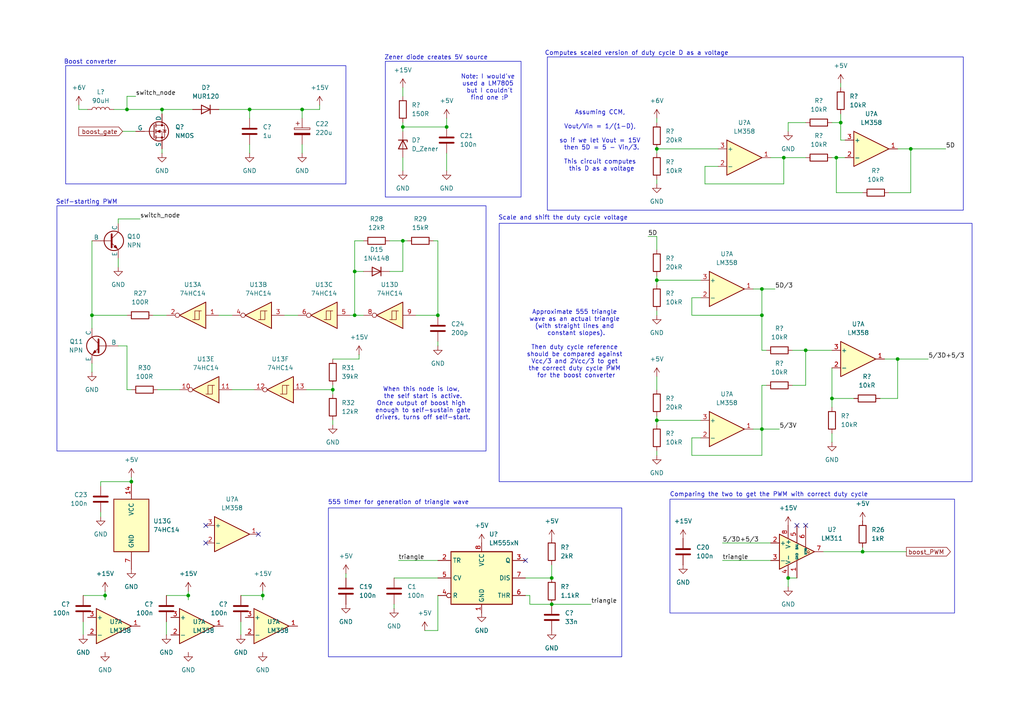
<source format=kicad_sch>
(kicad_sch (version 20250114) (generator "eeschema") (generator_version "9.0")
  (paper "A4")
  (lib_symbols
    (symbol "74xx:74HC14" (pin_names (offset 1.016))
      (property "Reference" "U" (at 0 1.27 0))
      (property "Value" "74HC14" (at 0 -1.27 0))
      (symbol "74HC14_1_0"
        (pin input line (at -7.62 0 0) (length 3.81) (name "~") (number "1"))
        (pin output inverted (at 7.62 0 180) (length 3.81) (name "~") (number "2"))
      )
      (symbol "74HC14_2_0"
        (pin input line (at -7.62 0 0) (length 3.81) (name "~") (number "3"))
        (pin output inverted (at 7.62 0 180) (length 3.81) (name "~") (number "4"))
      )
      (symbol "74HC14_3_0"
        (pin input line (at -7.62 0 0) (length 3.81) (name "~") (number "5"))
        (pin output inverted (at 7.62 0 180) (length 3.81) (name "~") (number "6"))
      )
      (symbol "74HC14_4_0"
        (pin input line (at -7.62 0 0) (length 3.81) (name "~") (number "9"))
        (pin output inverted (at 7.62 0 180) (length 3.81) (name "~") (number "8"))
      )
      (symbol "74HC14_5_0"
        (pin input line (at -7.62 0 0) (length 3.81) (name "~") (number "11"))
        (pin output inverted (at 7.62 0 180) (length 3.81) (name "~") (number "10"))
      )
      (symbol "74HC14_6_0"
        (pin input line (at -7.62 0 0) (length 3.81) (name "~") (number "13"))
        (pin output inverted (at 7.62 0 180) (length 3.81) (name "~") (number "12"))
      )
      (symbol "74HC14_7_0"
        (pin power_in line (at 0 12.7 270) (length 5.08) (name "VCC") (number "14"))
        (pin power_in line (at 0 -12.7 90) (length 5.08) (name "GND") (number "7"))
      )
    )
    (symbol "Amplifier_Operational:LM358" (pin_names (offset 0.127))
      (property "Reference" "U" (at 0 5.08 0))
      (property "Value" "LM358" (at 0 -5.08 0))
      (symbol "LM358_1_1"
        (pin input line (at -7.62 2.54 0) (length 2.54) (name "+") (number "3"))
        (pin input line (at -7.62 -2.54 0) (length 2.54) (name "-") (number "2"))
        (pin output line (at 7.62 0 180) (length 2.54) (name "~") (number "1"))
      )
      (symbol "LM358_2_1"
        (pin input line (at -7.62 2.54 0) (length 2.54) (name "+") (number "5"))
        (pin input line (at -7.62 -2.54 0) (length 2.54) (name "-") (number "6"))
        (pin output line (at 7.62 0 180) (length 2.54) (name "~") (number "7"))
      )
      (symbol "LM358_3_1"
        (pin power_in line (at -2.54 7.62 270) (length 3.81) (name "V+") (number "8"))
        (pin power_in line (at -2.54 -7.62 90) (length 3.81) (name "V-") (number "4"))
      )
    )
    (symbol "Comparator:LM311" (pin_names (offset 0.127))
      (property "Reference" "U" (at 3.81 6.35 0))
      (property "Value" "LM311" (at 3.81 3.81 0))
      (symbol "LM311_1_1"
        (pin input line (at -7.62 2.54 0) (length 2.54) (name "+") (number "2"))
        (pin input line (at -7.62 -2.54 0) (length 2.54) (name "-") (number "3"))
        (pin power_in line (at -2.54 7.62 270) (length 3.81) (name "V+") (number "8"))
        (pin power_in line (at -2.54 -7.62 90) (length 3.81) (name "V-") (number "4"))
        (pin input line (at 0 7.62 270) (length 5.08) (name "BAL") (number "5"))
        (pin passive line (at 0 -7.62 90) (length 5.08) (name "GND") (number "1"))
        (pin input line (at 2.54 7.62 270) (length 6.35) (name "STRB") (number "6"))
        (pin open_collector line (at 7.62 0 180) (length 2.54) (name "~") (number "7"))
      )
    )
    (symbol "Device:C" (pin_numbers (hide yes)) (pin_names (offset 0.254))
      (property "Reference" "C" (at 0.635 2.54 0))
      (property "Value" "C" (at 0.635 -2.54 0))
      (symbol "C_1_1"
        (pin passive line (at 0 3.81 270) (length 2.794) (name "~") (number "1"))
        (pin passive line (at 0 -3.81 90) (length 2.794) (name "~") (number "2"))
      )
    )
    (symbol "Device:C_Polarized" (pin_numbers (hide yes)) (pin_names (offset 0.254))
      (property "Reference" "C" (at 0.635 2.54 0))
      (property "Value" "C_Polarized" (at 0.635 -2.54 0))
      (symbol "C_Polarized_1_1"
        (pin passive line (at 0 3.81 270) (length 2.794) (name "~") (number "1"))
        (pin passive line (at 0 -3.81 90) (length 2.794) (name "~") (number "2"))
      )
    )
    (symbol "Device:D" (pin_numbers (hide yes)) (pin_names (offset 1.016) (hide yes))
      (property "Reference" "D" (at 0 2.54 0))
      (property "Value" "D" (at 0 -2.54 0))
      (symbol "D_1_1"
        (pin passive line (at -3.81 0 0) (length 2.54) (name "K") (number "1"))
        (pin passive line (at 3.81 0 180) (length 2.54) (name "A") (number "2"))
      )
    )
    (symbol "Device:D_Zener" (pin_numbers (hide yes)) (pin_names (offset 1.016) (hide yes))
      (property "Reference" "D" (at 0 2.54 0))
      (property "Value" "D_Zener" (at 0 -2.54 0))
      (symbol "D_Zener_1_1"
        (pin passive line (at -3.81 0 0) (length 2.54) (name "K") (number "1"))
        (pin passive line (at 3.81 0 180) (length 2.54) (name "A") (number "2"))
      )
    )
    (symbol "Device:L" (pin_numbers (hide yes)) (pin_names (offset 1.016) (hide yes))
      (property "Reference" "L" (at -1.27 0 90))
      (property "Value" "L" (at 1.905 0 90))
      (symbol "L_1_1"
        (pin passive line (at 0 3.81 270) (length 1.27) (name "1") (number "1"))
        (pin passive line (at 0 -3.81 90) (length 1.27) (name "2") (number "2"))
      )
    )
    (symbol "Device:R" (pin_numbers (hide yes)) (pin_names (offset 0))
      (property "Reference" "R" (at 2.032 0 90))
      (property "Value" "R" (at 0 0 90))
      (symbol "R_1_1"
        (pin passive line (at 0 3.81 270) (length 1.27) (name "~") (number "1"))
        (pin passive line (at 0 -3.81 90) (length 1.27) (name "~") (number "2"))
      )
    )
    (symbol "Simulation_SPICE:NMOS" (pin_numbers (hide yes)) (pin_names (offset 0))
      (property "Reference" "Q" (at 5.08 1.27 0))
      (property "Value" "NMOS" (at 5.08 -1.27 0))
      (symbol "NMOS_1_1"
        (pin input line (at -5.08 0 0) (length 2.54) (name "G") (number "2"))
        (pin passive line (at 2.54 5.08 270) (length 2.54) (name "D") (number "1"))
        (pin passive line (at 2.54 -5.08 90) (length 2.54) (name "S") (number "3"))
      )
    )
    (symbol "Simulation_SPICE:NPN" (pin_numbers (hide yes)) (pin_names (offset 0))
      (property "Reference" "Q" (at -2.54 7.62 0))
      (property "Value" "NPN" (at -2.54 5.08 0))
      (symbol "NPN_1_1"
        (pin input line (at -5.08 0 0) (length 2.54) (name "B") (number "2"))
        (pin open_collector line (at 2.54 5.08 270) (length 2.54) (name "C") (number "1"))
        (pin open_emitter line (at 2.54 -5.08 90) (length 2.54) (name "E") (number "3"))
      )
    )
    (symbol "Timer:LM555xN"
      (property "Reference" "U" (at -10.16 8.89 0))
      (property "Value" "LM555xN" (at 2.54 8.89 0))
      (symbol "LM555xN_0_0"
        (pin power_in line (at 0 10.16 270) (length 2.54) (name "VCC") (number "8"))
        (pin power_in line (at 0 -10.16 90) (length 2.54) (name "GND") (number "1"))
      )
      (symbol "LM555xN_1_1"
        (pin input line (at -12.7 5.08 0) (length 3.81) (name "TR") (number "2"))
        (pin input line (at -12.7 0 0) (length 3.81) (name "CV") (number "5"))
        (pin input inverted (at -12.7 -5.08 0) (length 3.81) (name "R") (number "4"))
        (pin output line (at 12.7 5.08 180) (length 3.81) (name "Q") (number "3"))
        (pin input line (at 12.7 0 180) (length 3.81) (name "DIS") (number "7"))
        (pin input line (at 12.7 -5.08 180) (length 3.81) (name "THR") (number "6"))
      )
    )
    (symbol "power:+12V" (power) (pin_numbers (hide yes)) (pin_names (offset 0) (hide yes))
      (property "Value" "+12V" (at 0 3.556 0))
      (symbol "+12V_1_1"
        (pin power_in line (at 0 0 90) (length 0) (name "~") (number "1"))
      )
    )
    (symbol "power:+15V" (power) (pin_numbers (hide yes)) (pin_names (offset 0) (hide yes))
      (property "Value" "+15V" (at 0 3.556 0))
      (symbol "+15V_1_1"
        (pin power_in line (at 0 0 90) (length 0) (name "~") (number "1"))
      )
    )
    (symbol "power:+5V" (power) (pin_numbers (hide yes)) (pin_names (offset 0) (hide yes))
      (property "Value" "+5V" (at 0 3.556 0))
      (symbol "+5V_1_1"
        (pin power_in line (at 0 0 90) (length 0) (name "~") (number "1"))
      )
    )
    (symbol "power:+6V" (power) (pin_numbers (hide yes)) (pin_names (offset 0) (hide yes))
      (property "Value" "+6V" (at 0 3.556 0))
      (symbol "+6V_1_1"
        (pin power_in line (at 0 0 90) (length 0) (name "~") (number "1"))
      )
    )
    (symbol "power:GND" (power) (pin_numbers (hide yes)) (pin_names (offset 0) (hide yes))
      (property "Value" "GND" (at 0 -3.81 0))
      (symbol "GND_1_1"
        (pin power_in line (at 0 0 270) (length 0) (name "~") (number "1"))
      )
    )
  )
  (rectangle (start 111.76 17.78) (end 151.13 57.15))
  (rectangle (start 95.25 147.32) (end 180.34 190.5))
  (rectangle (start 19.05 19.05) (end 100.33 53.34))
  (rectangle (start 194.31 144.78) (end 276.86 177.8))
  (rectangle (start 144.78 64.77) (end 281.94 139.7))
  (rectangle (start 158.75 16.51) (end 279.4 60.96))
  (rectangle (start 16.51 59.69) (end 140.97 130.81))
  (text "When this node is low, \nthe self start is active.\nOnce output of boost high \nenough to self-sustain gate\ndrivers, turns off self-start." (at 122.682 117.094 0) (effects (font (size 1.27 1.27))))
  (text "Scale and shift the duty cycle voltage" (at 163.322 63.246 0) (effects (font (size 1.27 1.27))))
  (text "Self-starting PWM" (at 25.146 58.674 0) (effects (font (size 1.27 1.27))))
  (text "Comparing the two to get the PWM with correct duty cycle" (at 223.012 143.51 0) (effects (font (size 1.27 1.27))))
  (text "Zener diode creates 5V source" (at 126.492 16.764 0) (effects (font (size 1.27 1.27))))
  (text "Boost converter" (at 26.162 18.034 0) (effects (font (size 1.27 1.27))))
  (text "Note: I would've \nused a LM7805 \nbut I couldn't\nfind one :P" (at 141.986 25.4 0) (effects (font (size 1.27 1.27))))
  (text "Assuming CCM, \n\nVout/Vin = 1/(1-D), \n\nso if we let Vout = 15V \nthen 5D = 5 - Vin/3.\n\nThis circuit computes \nthis D as a voltage" (at 174.498 40.894 0) (effects (font (size 1.27 1.27))))
  (text "Computes scaled version of duty cycle D as a voltage" (at 184.658 15.494 0) (effects (font (size 1.27 1.27))))
  (text "Approximate 555 triangle \nwave as an actual triangle \n(with straight lines and \nconstant slopes).\n\nThen duty cycle reference \nshould be compared against \nVcc/3 and 2Vcc/3 to get \nthe correct duty cycle PWM \nfor the boost converter" (at 167.132 99.822 0) (effects (font (size 1.27 1.27))))
  (text "555 timer for generation of triangle wave" (at 115.57 145.796 0) (effects (font (size 1.27 1.27))))
  (junction (at 76.2 172.72))
  (junction (at 26.67 91.44))
  (junction (at 228.6 167.64))
  (junction (at 264.16 43.18))
  (junction (at 241.3 115.57))
  (junction (at 38.1 139.7))
  (junction (at 96.52 113.03))
  (junction (at 36.83 31.75))
  (junction (at 54.61 172.72))
  (junction (at 220.98 91.44))
  (junction (at 46.99 31.75))
  (junction (at 233.68 101.6))
  (junction (at 250.19 160.02))
  (junction (at 72.39 31.75))
  (junction (at 220.98 124.46))
  (junction (at 160.02 175.26))
  (junction (at 102.87 91.44))
  (junction (at 190.5 81.28))
  (junction (at 190.5 121.92))
  (junction (at 160.02 167.64))
  (junction (at 243.84 35.56))
  (junction (at 87.63 31.75))
  (junction (at 129.54 36.83))
  (junction (at 190.5 43.18))
  (junction (at 116.84 69.85))
  (junction (at 102.87 78.74))
  (junction (at 127 91.44))
  (junction (at 116.84 36.83))
  (junction (at 260.35 104.14))
  (junction (at 242.57 45.72))
  (junction (at 227.33 45.72))
  (junction (at 30.48 172.72))
  (junction (at 220.98 83.82))
  (no_connect (at 74.93 154.94))
  (no_connect (at 59.69 157.48))
  (no_connect (at 231.14 152.4))
  (no_connect (at 233.68 152.4))
  (no_connect (at 59.69 152.4))
  (no_connect (at 152.4 162.56))
  (wire (pts (xy 127 69.85) (xy 125.73 69.85)))
  (wire (pts (xy 114.3 167.64) (xy 127 167.64)))
  (wire (pts (xy 92.71 31.75) (xy 92.71 30.48)))
  (wire (pts (xy 26.67 91.44) (xy 36.83 91.44)))
  (wire (pts (xy 220.98 101.6) (xy 220.98 91.44)))
  (wire (pts (xy 129.54 44.45) (xy 129.54 49.53)))
  (wire (pts (xy 29.21 139.7) (xy 38.1 139.7)))
  (wire (pts (xy 76.2 171.45) (xy 76.2 172.72)))
  (wire (pts (xy 200.66 86.36) (xy 200.66 91.44)))
  (wire (pts (xy 241.3 125.73) (xy 241.3 128.27)))
  (wire (pts (xy 209.55 162.56) (xy 223.52 162.56)))
  (wire (pts (xy 218.44 83.82) (xy 220.98 83.82)))
  (wire (pts (xy 87.63 31.75) (xy 87.63 34.29)))
  (wire (pts (xy 63.5 91.44) (xy 67.31 91.44)))
  (wire (pts (xy 30.48 172.72) (xy 30.48 173.99)))
  (wire (pts (xy 190.5 81.28) (xy 203.2 81.28)))
  (wire (pts (xy 102.87 69.85) (xy 105.41 69.85)))
  (wire (pts (xy 227.33 53.34) (xy 227.33 45.72)))
  (wire (pts (xy 96.52 121.92) (xy 96.52 123.19)))
  (wire (pts (xy 220.98 124.46) (xy 218.44 124.46)))
  (wire (pts (xy 36.83 31.75) (xy 46.99 31.75)))
  (wire (pts (xy 222.25 111.76) (xy 220.98 111.76)))
  (wire (pts (xy 24.13 172.72) (xy 30.48 172.72)))
  (wire (pts (xy 187.96 68.58) (xy 190.5 68.58)))
  (wire (pts (xy 228.6 167.64) (xy 231.14 167.64)))
  (wire (pts (xy 34.29 74.93) (xy 34.29 77.47)))
  (wire (pts (xy 69.85 172.72) (xy 76.2 172.72)))
  (wire (pts (xy 153.67 172.72) (xy 153.67 175.26)))
  (wire (pts (xy 76.2 172.72) (xy 76.2 173.99)))
  (wire (pts (xy 46.99 43.18) (xy 46.99 44.45)))
  (wire (pts (xy 113.03 78.74) (xy 116.84 78.74)))
  (wire (pts (xy 233.68 101.6) (xy 241.3 101.6)))
  (wire (pts (xy 241.3 115.57) (xy 241.3 118.11)))
  (wire (pts (xy 243.84 24.13) (xy 243.84 25.4)))
  (wire (pts (xy 22.86 30.48) (xy 22.86 31.75)))
  (wire (pts (xy 127 69.85) (xy 127 91.44)))
  (wire (pts (xy 153.67 175.26) (xy 160.02 175.26)))
  (wire (pts (xy 260.35 43.18) (xy 264.16 43.18)))
  (wire (pts (xy 220.98 91.44) (xy 220.98 83.82)))
  (wire (pts (xy 255.27 115.57) (xy 260.35 115.57)))
  (wire (pts (xy 190.5 43.18) (xy 208.28 43.18)))
  (wire (pts (xy 200.66 127) (xy 200.66 132.08)))
  (wire (pts (xy 190.5 81.28) (xy 190.5 82.55)))
  (wire (pts (xy 33.02 31.75) (xy 36.83 31.75)))
  (wire (pts (xy 96.52 113.03) (xy 96.52 114.3)))
  (wire (pts (xy 190.5 43.18) (xy 190.5 44.45)))
  (wire (pts (xy 190.5 52.07) (xy 190.5 53.34)))
  (wire (pts (xy 29.21 149.86) (xy 29.21 148.59)))
  (wire (pts (xy 114.3 175.26) (xy 114.3 176.53)))
  (wire (pts (xy 200.66 91.44) (xy 220.98 91.44)))
  (wire (pts (xy 96.52 113.03) (xy 96.52 111.76)))
  (wire (pts (xy 190.5 68.58) (xy 190.5 72.39)))
  (wire (pts (xy 190.5 130.81) (xy 190.5 132.08)))
  (wire (pts (xy 44.45 91.44) (xy 48.26 91.44)))
  (wire (pts (xy 241.3 45.72) (xy 242.57 45.72)))
  (wire (pts (xy 72.39 31.75) (xy 87.63 31.75)))
  (wire (pts (xy 220.98 111.76) (xy 220.98 124.46)))
  (wire (pts (xy 250.19 160.02) (xy 238.76 160.02)))
  (wire (pts (xy 88.9 113.03) (xy 96.52 113.03)))
  (wire (pts (xy 208.28 48.26) (xy 204.47 48.26)))
  (wire (pts (xy 39.37 27.94) (xy 36.83 27.94)))
  (wire (pts (xy 220.98 124.46) (xy 226.06 124.46)))
  (wire (pts (xy 34.29 100.33) (xy 36.83 100.33)))
  (wire (pts (xy 48.26 172.72) (xy 54.61 172.72)))
  (wire (pts (xy 190.5 109.22) (xy 190.5 113.03)))
  (wire (pts (xy 260.35 115.57) (xy 260.35 104.14)))
  (wire (pts (xy 160.02 175.26) (xy 171.45 175.26)))
  (wire (pts (xy 190.5 34.29) (xy 190.5 35.56)))
  (wire (pts (xy 129.54 34.29) (xy 129.54 36.83)))
  (wire (pts (xy 120.65 91.44) (xy 127 91.44)))
  (wire (pts (xy 38.1 138.43) (xy 38.1 139.7)))
  (wire (pts (xy 260.35 104.14) (xy 256.54 104.14)))
  (wire (pts (xy 22.86 31.75) (xy 25.4 31.75)))
  (wire (pts (xy 127 182.88) (xy 123.19 182.88)))
  (wire (pts (xy 152.4 167.64) (xy 160.02 167.64)))
  (wire (pts (xy 102.87 91.44) (xy 105.41 91.44)))
  (wire (pts (xy 152.4 172.72) (xy 153.67 172.72)))
  (wire (pts (xy 72.39 31.75) (xy 72.39 34.29)))
  (wire (pts (xy 233.68 35.56) (xy 228.6 35.56)))
  (wire (pts (xy 127 99.06) (xy 127 100.33)))
  (wire (pts (xy 26.67 91.44) (xy 26.67 95.25)))
  (wire (pts (xy 250.19 160.02) (xy 250.19 158.75)))
  (wire (pts (xy 200.66 132.08) (xy 220.98 132.08)))
  (wire (pts (xy 102.87 78.74) (xy 102.87 91.44)))
  (wire (pts (xy 203.2 127) (xy 200.66 127)))
  (wire (pts (xy 190.5 80.01) (xy 190.5 81.28)))
  (wire (pts (xy 26.67 105.41) (xy 26.67 107.95)))
  (wire (pts (xy 96.52 104.14) (xy 104.14 104.14)))
  (wire (pts (xy 69.85 184.15) (xy 69.85 180.34)))
  (wire (pts (xy 220.98 101.6) (xy 222.25 101.6)))
  (wire (pts (xy 36.83 27.94) (xy 36.83 31.75)))
  (wire (pts (xy 87.63 31.75) (xy 92.71 31.75)))
  (wire (pts (xy 190.5 90.17) (xy 190.5 91.44)))
  (wire (pts (xy 46.99 31.75) (xy 46.99 33.02)))
  (wire (pts (xy 264.16 55.88) (xy 264.16 43.18)))
  (wire (pts (xy 209.55 157.48) (xy 223.52 157.48)))
  (wire (pts (xy 46.99 31.75) (xy 55.88 31.75)))
  (wire (pts (xy 227.33 45.72) (xy 233.68 45.72)))
  (wire (pts (xy 116.84 69.85) (xy 118.11 69.85)))
  (wire (pts (xy 24.13 184.15) (xy 24.13 180.34)))
  (wire (pts (xy 250.19 160.02) (xy 262.89 160.02)))
  (wire (pts (xy 241.3 115.57) (xy 247.65 115.57)))
  (wire (pts (xy 116.84 78.74) (xy 116.84 69.85)))
  (wire (pts (xy 102.87 69.85) (xy 102.87 78.74)))
  (wire (pts (xy 127 172.72) (xy 127 182.88)))
  (wire (pts (xy 229.87 111.76) (xy 233.68 111.76)))
  (wire (pts (xy 54.61 171.45) (xy 54.61 172.72)))
  (wire (pts (xy 243.84 40.64) (xy 243.84 35.56)))
  (wire (pts (xy 220.98 83.82) (xy 224.79 83.82)))
  (wire (pts (xy 204.47 53.34) (xy 227.33 53.34)))
  (wire (pts (xy 63.5 31.75) (xy 72.39 31.75)))
  (wire (pts (xy 36.83 113.03) (xy 38.1 113.03)))
  (wire (pts (xy 29.21 139.7) (xy 29.21 140.97)))
  (wire (pts (xy 116.84 36.83) (xy 116.84 38.1)))
  (wire (pts (xy 100.33 166.37) (xy 100.33 167.64)))
  (wire (pts (xy 116.84 36.83) (xy 129.54 36.83)))
  (wire (pts (xy 54.61 172.72) (xy 54.61 173.99)))
  (wire (pts (xy 245.11 40.64) (xy 243.84 40.64)))
  (wire (pts (xy 34.29 63.5) (xy 34.29 64.77)))
  (wire (pts (xy 101.6 91.44) (xy 102.87 91.44)))
  (wire (pts (xy 116.84 35.56) (xy 116.84 36.83)))
  (wire (pts (xy 203.2 86.36) (xy 200.66 86.36)))
  (wire (pts (xy 87.63 41.91) (xy 87.63 44.45)))
  (wire (pts (xy 233.68 101.6) (xy 233.68 111.76)))
  (wire (pts (xy 229.87 101.6) (xy 233.68 101.6)))
  (wire (pts (xy 228.6 35.56) (xy 228.6 38.1)))
  (wire (pts (xy 36.83 100.33) (xy 36.83 113.03)))
  (wire (pts (xy 72.39 41.91) (xy 72.39 44.45)))
  (wire (pts (xy 40.64 63.5) (xy 34.29 63.5)))
  (wire (pts (xy 82.55 91.44) (xy 86.36 91.44)))
  (wire (pts (xy 116.84 25.4) (xy 116.84 27.94)))
  (wire (pts (xy 242.57 45.72) (xy 245.11 45.72)))
  (wire (pts (xy 104.14 104.14) (xy 104.14 102.87)))
  (wire (pts (xy 223.52 45.72) (xy 227.33 45.72)))
  (wire (pts (xy 26.67 69.85) (xy 26.67 91.44)))
  (wire (pts (xy 102.87 78.74) (xy 105.41 78.74)))
  (wire (pts (xy 190.5 121.92) (xy 190.5 123.19)))
  (wire (pts (xy 116.84 45.72) (xy 116.84 49.53)))
  (wire (pts (xy 241.3 35.56) (xy 243.84 35.56)))
  (wire (pts (xy 264.16 43.18) (xy 274.32 43.18)))
  (wire (pts (xy 257.81 55.88) (xy 264.16 55.88)))
  (wire (pts (xy 228.6 167.64) (xy 228.6 170.18)))
  (wire (pts (xy 115.57 162.56) (xy 127 162.56)))
  (wire (pts (xy 160.02 163.83) (xy 160.02 167.64)))
  (wire (pts (xy 35.56 38.1) (xy 39.37 38.1)))
  (wire (pts (xy 241.3 106.68) (xy 241.3 115.57)))
  (wire (pts (xy 220.98 132.08) (xy 220.98 124.46)))
  (wire (pts (xy 113.03 69.85) (xy 116.84 69.85)))
  (wire (pts (xy 190.5 121.92) (xy 203.2 121.92)))
  (wire (pts (xy 48.26 184.15) (xy 48.26 180.34)))
  (wire (pts (xy 204.47 48.26) (xy 204.47 53.34)))
  (wire (pts (xy 45.72 113.03) (xy 52.07 113.03)))
  (wire (pts (xy 190.5 120.65) (xy 190.5 121.92)))
  (wire (pts (xy 243.84 33.02) (xy 243.84 35.56)))
  (wire (pts (xy 67.31 113.03) (xy 73.66 113.03)))
  (wire (pts (xy 260.35 104.14) (xy 269.24 104.14)))
  (wire (pts (xy 242.57 55.88) (xy 250.19 55.88)))
  (wire (pts (xy 242.57 45.72) (xy 242.57 55.88)))
  (wire (pts (xy 30.48 171.45) (xy 30.48 172.72)))
  (label "triangle" (at 171.45 175.26 0))
  (label "5{slash}3V" (at 226.06 124.46 0))
  (label "5D{slash}3" (at 224.79 83.82 0))
  (label "switch_node" (at 39.37 27.94 0))
  (label "triangle" (at 115.57 162.56 0))
  (label "switch_node" (at 40.64 63.5 0))
  (label "5D" (at 187.96 68.58 0))
  (label "triangle" (at 209.55 162.56 0))
  (label "5{slash}3D+5{slash}3" (at 269.24 104.14 0))
  (label "5{slash}3D+5{slash}3" (at 209.55 157.48 0))
  (label "5D" (at 274.32 43.18 0))
  (global_label "boost_gate" (shape input) (at 35.56 38.1 180) (property "Intersheetrefs" "${INTERSHEET_REFS}" (effects (hide yes))))
  (global_label "boost_PWM" (shape output) (at 262.89 160.02 0) (property "Intersheetrefs" "${INTERSHEET_REFS}" (effects (hide yes))))
  (symbol (lib_id "Device:D_Zener") (at 116.84 41.91 270) (unit 1)
    (property "Reference" "D?" (at 119.38 40.6399 90) (effects (justify left)))
    (property "Value" "D_Zener" (at 119.38 43.1799 90) (effects (justify left)))
    (property "Description" "Zener diode" (effects (hide yes)))
  )
  (symbol (lib_id "power:GND") (at 116.84 49.53 0) (unit 1)
    (property "Reference" "#PWR?" (effects (hide yes)))
    (property "Value" "GND" (at 116.84 54.61 0))
    (property "Description" "Power symbol creates a global label with name \"GND\" , ground" (effects (hide yes)))
  )
  (symbol (lib_id "Device:C") (at 127 95.25 0) (unit 1)
    (property "Reference" "C24" (at 130.81 93.9799 0) (effects (justify left)))
    (property "Value" "200p" (at 130.81 96.5199 0) (effects (justify left)))
    (property "Description" "Unpolarized capacitor" (effects (hide yes)))
  )
  (symbol (lib_id "power:GND") (at 29.21 149.86 0) (unit 1)
    (property "Reference" "#PWR081" (effects (hide yes)))
    (property "Value" "GND" (at 29.21 154.94 0))
    (property "Description" "Power symbol creates a global label with name \"GND\" , ground" (effects (hide yes)))
  )
  (symbol (lib_id "Device:C") (at 29.21 144.78 0) (mirror y) (unit 1)
    (property "Reference" "C23" (at 25.4 143.5099 0) (effects (justify left)))
    (property "Value" "100n" (at 25.4 146.0499 0) (effects (justify left)))
    (property "Description" "Unpolarized capacitor" (effects (hide yes)))
  )
  (symbol (lib_id "Amplifier_Operational:LM358") (at 215.9 45.72 0) (unit 1)
    (property "Reference" "U?" (at 215.9 35.56 0))
    (property "Value" "LM358" (at 215.9 38.1 0))
    (property "Datasheet" "http://www.ti.com/lit/ds/symlink/lm2904-n.pdf" (effects (hide yes)))
    (property "Description" "Low-Power, Dual Operational Amplifiers, DIP-8/SOIC-8/TO-99-8" (effects (hide yes)))
  )
  (symbol (lib_id "power:+12V") (at 92.71 30.48 0) (unit 1)
    (property "Reference" "#PWR?" (effects (hide yes)))
    (property "Value" "+15V" (at 92.71 25.4 0))
    (property "Description" "Power symbol creates a global label with name \"+12V\"" (effects (hide yes)))
  )
  (symbol (lib_id "power:+6V") (at 22.86 30.48 0) (unit 1)
    (property "Reference" "#PWR?" (effects (hide yes)))
    (property "Value" "+6V" (at 22.86 25.4 0))
    (property "Description" "Power symbol creates a global label with name \"+6V\"" (effects (hide yes)))
  )
  (symbol (lib_id "Device:C") (at 160.02 179.07 0) (unit 1)
    (property "Reference" "C?" (at 163.83 177.7999 0) (effects (justify left)))
    (property "Value" "33n" (at 163.83 180.3399 0) (effects (justify left)))
    (property "Description" "Unpolarized capacitor" (effects (hide yes)))
  )
  (symbol (lib_id "Device:R") (at 121.92 69.85 90) (unit 1)
    (property "Reference" "R29" (at 121.92 63.5 90))
    (property "Value" "15kR" (at 121.92 66.04 90))
    (property "Description" "Resistor" (effects (hide yes)))
  )
  (symbol (lib_id "Device:R") (at 41.91 113.03 90) (unit 1)
    (property "Reference" "R30" (at 41.91 106.68 90))
    (property "Value" "100R" (at 41.91 109.22 90))
    (property "Description" "Resistor" (effects (hide yes)))
  )
  (symbol (lib_id "Simulation_SPICE:NPN") (at 29.21 100.33 0) (mirror y) (unit 1)
    (property "Reference" "Q11" (at 24.13 99.0599 0) (effects (justify left)))
    (property "Value" "NPN" (at 24.13 101.5999 0) (effects (justify left)))
    (property "Datasheet" "https://ngspice.sourceforge.io/docs/ngspice-html-manual/manual.xhtml#cha_BJTs" (effects (hide yes)))
    (property "Description" "Bipolar transistor symbol for simulation only, substrate tied to the emitter" (effects (hide yes)))
    (property "Sim.Device" "NPN" (effects (hide yes)))
    (property "Sim.Type" "GUMMELPOON" (effects (hide yes)))
    (property "Sim.Pins" "1=C 2=B 3=E" (effects (hide yes)))
  )
  (symbol (lib_id "Device:C") (at 48.26 176.53 0) (mirror y) (unit 1)
    (property "Reference" "C?" (at 44.45 175.2599 0) (effects (justify left)))
    (property "Value" "100n" (at 44.45 177.7999 0) (effects (justify left)))
    (property "Description" "Unpolarized capacitor" (effects (hide yes)))
  )
  (symbol (lib_id "Amplifier_Operational:LM358") (at 210.82 83.82 0) (unit 1)
    (property "Reference" "U?" (at 210.82 73.66 0))
    (property "Value" "LM358" (at 210.82 76.2 0))
    (property "Datasheet" "http://www.ti.com/lit/ds/symlink/lm2904-n.pdf" (effects (hide yes)))
    (property "Description" "Low-Power, Dual Operational Amplifiers, DIP-8/SOIC-8/TO-99-8" (effects (hide yes)))
  )
  (symbol (lib_id "power:GND") (at 54.61 189.23 0) (unit 1)
    (property "Reference" "#PWR?" (effects (hide yes)))
    (property "Value" "GND" (at 54.61 194.31 0))
    (property "Description" "Power symbol creates a global label with name \"GND\" , ground" (effects (hide yes)))
  )
  (symbol (lib_id "power:+15V") (at 198.12 156.21 0) (unit 1)
    (property "Reference" "#PWR075" (effects (hide yes)))
    (property "Value" "+15V" (at 198.12 151.13 0))
    (property "Description" "Power symbol creates a global label with name \"+15V\"" (effects (hide yes)))
  )
  (symbol (lib_id "Device:R") (at 190.5 39.37 0) (unit 1)
    (property "Reference" "R?" (at 193.04 38.0999 0) (effects (justify left)))
    (property "Value" "20kR" (at 193.04 40.6399 0) (effects (justify left)))
    (property "Description" "Resistor" (effects (hide yes)))
  )
  (symbol (lib_id "power:GND") (at 190.5 132.08 0) (unit 1)
    (property "Reference" "#PWR?" (effects (hide yes)))
    (property "Value" "GND" (at 190.5 137.16 0))
    (property "Description" "Power symbol creates a global label with name \"GND\" , ground" (effects (hide yes)))
  )
  (symbol (lib_id "74xx:74HC14") (at 55.88 91.44 180) (unit 1)
    (property "Reference" "U13" (at 55.88 82.55 0))
    (property "Value" "74HC14" (at 55.88 85.09 0))
    (property "Datasheet" "http://www.ti.com/lit/gpn/sn74HC14" (effects (hide yes)))
    (property "Description" "Hex inverter schmitt trigger" (effects (hide yes)))
  )
  (symbol (lib_id "power:GND") (at 34.29 77.47 0) (unit 1)
    (property "Reference" "#PWR082" (effects (hide yes)))
    (property "Value" "GND" (at 34.29 82.55 0))
    (property "Description" "Power symbol creates a global label with name \"GND\" , ground" (effects (hide yes)))
  )
  (symbol (lib_id "Device:R") (at 190.5 86.36 0) (unit 1)
    (property "Reference" "R?" (at 193.04 85.0899 0) (effects (justify left)))
    (property "Value" "10kR" (at 193.04 87.6299 0) (effects (justify left)))
    (property "Description" "Resistor" (effects (hide yes)))
  )
  (symbol (lib_id "Device:C") (at 24.13 176.53 0) (mirror y) (unit 1)
    (property "Reference" "C?" (at 20.32 175.2599 0) (effects (justify left)))
    (property "Value" "100n" (at 20.32 177.7999 0) (effects (justify left)))
    (property "Description" "Unpolarized capacitor" (effects (hide yes)))
  )
  (symbol (lib_id "power:GND") (at 46.99 44.45 0) (unit 1)
    (property "Reference" "#PWR?" (effects (hide yes)))
    (property "Value" "GND" (at 46.99 49.53 0))
    (property "Description" "Power symbol creates a global label with name \"GND\" , ground" (effects (hide yes)))
  )
  (symbol (lib_id "power:+5V") (at 250.19 151.13 0) (unit 1)
    (property "Reference" "#PWR077" (effects (hide yes)))
    (property "Value" "+5V" (at 250.19 146.05 0))
    (property "Description" "Power symbol creates a global label with name \"+5V\"" (effects (hide yes)))
  )
  (symbol (lib_id "Device:C") (at 72.39 38.1 0) (unit 1)
    (property "Reference" "C?" (at 76.2 36.8299 0) (effects (justify left)))
    (property "Value" "1u" (at 76.2 39.3699 0) (effects (justify left)))
    (property "Description" "Unpolarized capacitor" (effects (hide yes)))
  )
  (symbol (lib_id "power:GND") (at 24.13 184.15 0) (unit 1)
    (property "Reference" "#PWR?" (effects (hide yes)))
    (property "Value" "GND" (at 24.13 189.23 0))
    (property "Description" "Power symbol creates a global label with name \"GND\" , ground" (effects (hide yes)))
  )
  (symbol (lib_id "Device:R") (at 241.3 121.92 180) (unit 1)
    (property "Reference" "R?" (at 243.84 120.6499 0) (effects (justify right)))
    (property "Value" "10kR" (at 243.84 123.1899 0) (effects (justify right)))
    (property "Description" "Resistor" (effects (hide yes)))
  )
  (symbol (lib_id "power:+5V") (at 129.54 34.29 0) (unit 1)
    (property "Reference" "#PWR?" (effects (hide yes)))
    (property "Value" "+5V" (at 129.54 29.21 0))
    (property "Description" "Power symbol creates a global label with name \"+5V\"" (effects (hide yes)))
  )
  (symbol (lib_id "74xx:74HC14") (at 59.69 113.03 180) (unit 5)
    (property "Reference" "U13" (at 59.69 104.14 0))
    (property "Value" "74HC14" (at 59.69 106.68 0))
    (property "Datasheet" "http://www.ti.com/lit/gpn/sn74HC14" (effects (hide yes)))
    (property "Description" "Hex inverter schmitt trigger" (effects (hide yes)))
  )
  (symbol (lib_id "Device:R") (at 250.19 154.94 0) (unit 1)
    (property "Reference" "R26" (at 252.73 153.6699 0) (effects (justify left)))
    (property "Value" "1kR" (at 252.73 156.2099 0) (effects (justify left)))
    (property "Description" "Resistor" (effects (hide yes)))
  )
  (symbol (lib_id "Device:R") (at 96.52 118.11 0) (unit 1)
    (property "Reference" "R32" (at 99.06 116.8399 0) (effects (justify left)))
    (property "Value" "12kR" (at 99.06 119.3799 0) (effects (justify left)))
    (property "Description" "Resistor" (effects (hide yes)))
  )
  (symbol (lib_id "power:GND") (at 38.1 165.1 0) (unit 1)
    (property "Reference" "#PWR080" (effects (hide yes)))
    (property "Value" "GND" (at 38.1 170.18 0))
    (property "Description" "Power symbol creates a global label with name \"GND\" , ground" (effects (hide yes)))
  )
  (symbol (lib_id "power:GND") (at 87.63 44.45 0) (unit 1)
    (property "Reference" "#PWR078" (effects (hide yes)))
    (property "Value" "GND" (at 87.63 49.53 0))
    (property "Description" "Power symbol creates a global label with name \"GND\" , ground" (effects (hide yes)))
  )
  (symbol (lib_id "power:GND") (at 228.6 170.18 0) (unit 1)
    (property "Reference" "#PWR073" (effects (hide yes)))
    (property "Value" "GND" (at 228.6 175.26 0))
    (property "Description" "Power symbol creates a global label with name \"GND\" , ground" (effects (hide yes)))
  )
  (symbol (lib_id "power:+5V") (at 243.84 24.13 0) (unit 1)
    (property "Reference" "#PWR?" (effects (hide yes)))
    (property "Value" "+5V" (at 243.84 19.05 0))
    (property "Description" "Power symbol creates a global label with name \"+5V\"" (effects (hide yes)))
  )
  (symbol (lib_id "power:GND") (at 76.2 189.23 0) (unit 1)
    (property "Reference" "#PWR?" (effects (hide yes)))
    (property "Value" "GND" (at 76.2 194.31 0))
    (property "Description" "Power symbol creates a global label with name \"GND\" , ground" (effects (hide yes)))
  )
  (symbol (lib_id "Device:R") (at 226.06 111.76 90) (unit 1)
    (property "Reference" "R?" (at 226.06 105.41 90))
    (property "Value" "10kR" (at 226.06 107.95 90))
    (property "Description" "Resistor" (effects (hide yes)))
  )
  (symbol (lib_id "Device:C") (at 100.33 171.45 0) (unit 1)
    (property "Reference" "C19" (at 104.14 170.1799 0) (effects (justify left)))
    (property "Value" "100n" (at 104.14 172.7199 0) (effects (justify left)))
    (property "Description" "Unpolarized capacitor" (effects (hide yes)))
  )
  (symbol (lib_id "Device:R") (at 254 55.88 90) (unit 1)
    (property "Reference" "R?" (at 254 49.53 90))
    (property "Value" "10kR" (at 254 52.07 90))
    (property "Description" "Resistor" (effects (hide yes)))
  )
  (symbol (lib_id "power:GND") (at 241.3 128.27 0) (unit 1)
    (property "Reference" "#PWR?" (effects (hide yes)))
    (property "Value" "GND" (at 241.3 133.35 0))
    (property "Description" "Power symbol creates a global label with name \"GND\" , ground" (effects (hide yes)))
  )
  (symbol (lib_id "power:GND") (at 48.26 184.15 0) (unit 1)
    (property "Reference" "#PWR?" (effects (hide yes)))
    (property "Value" "GND" (at 48.26 189.23 0))
    (property "Description" "Power symbol creates a global label with name \"GND\" , ground" (effects (hide yes)))
  )
  (symbol (lib_id "Device:C") (at 114.3 171.45 0) (unit 1)
    (property "Reference" "C1" (at 118.11 170.1799 0) (effects (justify left)))
    (property "Value" "100n" (at 118.11 172.7199 0) (effects (justify left)))
    (property "Description" "Unpolarized capacitor" (effects (hide yes)))
  )
  (symbol (lib_id "power:GND") (at 190.5 91.44 0) (unit 1)
    (property "Reference" "#PWR?" (effects (hide yes)))
    (property "Value" "GND" (at 190.5 96.52 0))
    (property "Description" "Power symbol creates a global label with name \"GND\" , ground" (effects (hide yes)))
  )
  (symbol (lib_id "Device:D") (at 59.69 31.75 180) (unit 1)
    (property "Reference" "D?" (at 59.69 25.4 0))
    (property "Value" "MUR120" (at 59.69 27.94 0))
    (property "Description" "Diode" (effects (hide yes)))
    (property "Sim.Device" "D" (effects (hide yes)))
    (property "Sim.Pins" "1=K 2=A" (effects (hide yes)))
  )
  (symbol (lib_id "power:+6V") (at 30.48 171.45 0) (unit 1)
    (property "Reference" "#PWR?" (effects (hide yes)))
    (property "Value" "+15V" (at 30.48 166.37 0))
    (property "Description" "Power symbol creates a global label with name \"+6V\"" (effects (hide yes)))
  )
  (symbol (lib_id "Timer:LM555xN") (at 139.7 167.64 0) (unit 1)
    (property "Reference" "U?" (at 141.8433 154.94 0) (effects (justify left)))
    (property "Value" "LM555xN" (at 141.8433 157.48 0) (effects (justify left)))
    (property "Footprint" "Package_DIP:DIP-8_W7.62mm" (effects (hide yes)))
    (property "Datasheet" "http://www.ti.com/lit/ds/symlink/lm555.pdf" (effects (hide yes)))
    (property "Description" "Timer, 555 compatible, PDIP-8" (effects (hide yes)))
  )
  (symbol (lib_id "Amplifier_Operational:LM358") (at 248.92 104.14 0) (unit 1)
    (property "Reference" "U?" (at 248.92 93.98 0))
    (property "Value" "LM358" (at 248.92 96.52 0))
    (property "Datasheet" "http://www.ti.com/lit/ds/symlink/lm2904-n.pdf" (effects (hide yes)))
    (property "Description" "Low-Power, Dual Operational Amplifiers, DIP-8/SOIC-8/TO-99-8" (effects (hide yes)))
  )
  (symbol (lib_id "74xx:74HC14") (at 81.28 113.03 180) (unit 6)
    (property "Reference" "U13" (at 81.28 104.14 0))
    (property "Value" "74HC14" (at 81.28 106.68 0))
    (property "Datasheet" "http://www.ti.com/lit/gpn/sn74HC14" (effects (hide yes)))
    (property "Description" "Hex inverter schmitt trigger" (effects (hide yes)))
  )
  (symbol (lib_id "power:+5V") (at 139.7 157.48 0) (unit 1)
    (property "Reference" "#PWR01" (effects (hide yes)))
    (property "Value" "+5V" (at 139.7 152.4 0))
    (property "Description" "Power symbol creates a global label with name \"+5V\"" (effects (hide yes)))
  )
  (symbol (lib_id "power:GND") (at 114.3 176.53 0) (unit 1)
    (property "Reference" "#PWR06" (effects (hide yes)))
    (property "Value" "GND" (at 114.3 181.61 0))
    (property "Description" "Power symbol creates a global label with name \"GND\" , ground" (effects (hide yes)))
  )
  (symbol (lib_id "Device:R") (at 190.5 127 0) (unit 1)
    (property "Reference" "R?" (at 193.04 125.7299 0) (effects (justify left)))
    (property "Value" "10kR" (at 193.04 128.2699 0) (effects (justify left)))
    (property "Description" "Resistor" (effects (hide yes)))
  )
  (symbol (lib_id "Amplifier_Operational:LM358") (at 252.73 43.18 0) (unit 1)
    (property "Reference" "U?" (at 252.73 33.02 0))
    (property "Value" "LM358" (at 252.73 35.56 0))
    (property "Datasheet" "http://www.ti.com/lit/ds/symlink/lm2904-n.pdf" (effects (hide yes)))
    (property "Description" "Low-Power, Dual Operational Amplifiers, DIP-8/SOIC-8/TO-99-8" (effects (hide yes)))
  )
  (symbol (lib_id "power:GND") (at 26.67 107.95 0) (unit 1)
    (property "Reference" "#PWR086" (effects (hide yes)))
    (property "Value" "GND" (at 26.67 113.03 0))
    (property "Description" "Power symbol creates a global label with name \"GND\" , ground" (effects (hide yes)))
  )
  (symbol (lib_id "power:+6V") (at 190.5 34.29 0) (unit 1)
    (property "Reference" "#PWR?" (effects (hide yes)))
    (property "Value" "+6V" (at 190.5 29.21 0))
    (property "Description" "Power symbol creates a global label with name \"+6V\"" (effects (hide yes)))
  )
  (symbol (lib_id "power:GND") (at 228.6 38.1 0) (unit 1)
    (property "Reference" "#PWR?" (effects (hide yes)))
    (property "Value" "GND" (at 228.6 43.18 0))
    (property "Description" "Power symbol creates a global label with name \"GND\" , ground" (effects (hide yes)))
  )
  (symbol (lib_id "Device:L") (at 29.21 31.75 90) (unit 1)
    (property "Reference" "L?" (at 29.21 26.67 90))
    (property "Value" "90uH" (at 29.21 29.21 90))
    (property "Description" "Inductor" (effects (hide yes)))
  )
  (symbol (lib_id "74xx:74HC14") (at 74.93 91.44 180) (unit 2)
    (property "Reference" "U13" (at 74.93 82.55 0))
    (property "Value" "74HC14" (at 74.93 85.09 0))
    (property "Datasheet" "http://www.ti.com/lit/gpn/sn74HC14" (effects (hide yes)))
    (property "Description" "Hex inverter schmitt trigger" (effects (hide yes)))
  )
  (symbol (lib_id "power:+15V") (at 104.14 102.87 0) (unit 1)
    (property "Reference" "#PWR085" (effects (hide yes)))
    (property "Value" "+15V" (at 104.14 97.79 0))
    (property "Description" "Power symbol creates a global label with name \"+15V\"" (effects (hide yes)))
  )
  (symbol (lib_id "power:+15V") (at 228.6 152.4 0) (unit 1)
    (property "Reference" "#PWR072" (effects (hide yes)))
    (property "Value" "+15V" (at 228.6 147.32 0))
    (property "Description" "Power symbol creates a global label with name \"+15V\"" (effects (hide yes)))
  )
  (symbol (lib_id "Device:R") (at 190.5 76.2 0) (unit 1)
    (property "Reference" "R?" (at 193.04 74.9299 0) (effects (justify left)))
    (property "Value" "20kR" (at 193.04 77.4699 0) (effects (justify left)))
    (property "Description" "Resistor" (effects (hide yes)))
  )
  (symbol (lib_id "Amplifier_Operational:LM358") (at 57.15 181.61 0) (unit 1)
    (property "Reference" "U?" (at 55.88 180.3399 0) (effects (justify left)))
    (property "Value" "LM358" (at 55.88 182.8799 0) (effects (justify left)))
    (property "Datasheet" "http://www.ti.com/lit/ds/symlink/lm2904-n.pdf" (effects (hide yes)))
    (property "Description" "Low-Power, Dual Operational Amplifiers, DIP-8/SOIC-8/TO-99-8" (effects (hide yes)))
  )
  (symbol (lib_id "power:GND") (at 198.12 163.83 0) (unit 1)
    (property "Reference" "#PWR074" (effects (hide yes)))
    (property "Value" "GND" (at 198.12 168.91 0))
    (property "Description" "Power symbol creates a global label with name \"GND\" , ground" (effects (hide yes)))
  )
  (symbol (lib_id "Device:R") (at 160.02 160.02 0) (unit 1)
    (property "Reference" "R?" (at 162.56 158.7499 0) (effects (justify left)))
    (property "Value" "2kR" (at 162.56 161.2899 0) (effects (justify left)))
    (property "Description" "Resistor" (effects (hide yes)))
  )
  (symbol (lib_id "power:+6V") (at 116.84 25.4 0) (unit 1)
    (property "Reference" "#PWR?" (effects (hide yes)))
    (property "Value" "+15V" (at 116.84 20.32 0))
    (property "Description" "Power symbol creates a global label with name \"+6V\"" (effects (hide yes)))
  )
  (symbol (lib_id "Simulation_SPICE:NMOS") (at 44.45 38.1 0) (unit 1)
    (property "Reference" "Q?" (at 50.8 36.8299 0) (effects (justify left)))
    (property "Value" "NMOS" (at 50.8 39.3699 0) (effects (justify left)))
    (property "Datasheet" "https://ngspice.sourceforge.io/docs/ngspice-html-manual/manual.xhtml#cha_MOSFETs" (effects (hide yes)))
    (property "Description" "N-MOSFET transistor, drain/source/gate" (effects (hide yes)))
    (property "Sim.Device" "NMOS" (effects (hide yes)))
    (property "Sim.Type" "VDMOS" (effects (hide yes)))
    (property "Sim.Pins" "1=D 2=G 3=S" (effects (hide yes)))
  )
  (symbol (lib_id "power:GND") (at 190.5 53.34 0) (unit 1)
    (property "Reference" "#PWR?" (effects (hide yes)))
    (property "Value" "GND" (at 190.5 58.42 0))
    (property "Description" "Power symbol creates a global label with name \"GND\" , ground" (effects (hide yes)))
  )
  (symbol (lib_id "power:GND") (at 100.33 175.26 0) (unit 1)
    (property "Reference" "#PWR070" (effects (hide yes)))
    (property "Value" "GND" (at 100.33 180.34 0))
    (property "Description" "Power symbol creates a global label with name \"GND\" , ground" (effects (hide yes)))
  )
  (symbol (lib_id "Device:R") (at 251.46 115.57 90) (unit 1)
    (property "Reference" "R?" (at 251.46 109.22 90))
    (property "Value" "10kR" (at 251.46 111.76 90))
    (property "Description" "Resistor" (effects (hide yes)))
  )
  (symbol (lib_id "Device:R") (at 226.06 101.6 90) (unit 1)
    (property "Reference" "R?" (at 226.06 95.25 90))
    (property "Value" "10kR" (at 226.06 97.79 90))
    (property "Description" "Resistor" (effects (hide yes)))
  )
  (symbol (lib_id "Device:R") (at 190.5 116.84 0) (unit 1)
    (property "Reference" "R?" (at 193.04 115.5699 0) (effects (justify left)))
    (property "Value" "20kR" (at 193.04 118.1099 0) (effects (justify left)))
    (property "Description" "Resistor" (effects (hide yes)))
  )
  (symbol (lib_id "Device:C") (at 198.12 160.02 0) (unit 1)
    (property "Reference" "C20" (at 201.93 158.7499 0) (effects (justify left)))
    (property "Value" "100n" (at 201.93 161.2899 0) (effects (justify left)))
    (property "Description" "Unpolarized capacitor" (effects (hide yes)))
  )
  (symbol (lib_id "power:GND") (at 127 100.33 0) (unit 1)
    (property "Reference" "#PWR083" (effects (hide yes)))
    (property "Value" "GND" (at 127 105.41 0))
    (property "Description" "Power symbol creates a global label with name \"GND\" , ground" (effects (hide yes)))
  )
  (symbol (lib_id "power:+5V") (at 100.33 166.37 0) (unit 1)
    (property "Reference" "#PWR071" (effects (hide yes)))
    (property "Value" "+5V" (at 100.33 161.29 0))
    (property "Description" "Power symbol creates a global label with name \"+5V\"" (effects (hide yes)))
  )
  (symbol (lib_id "Amplifier_Operational:LM358") (at 78.74 181.61 0) (unit 1)
    (property "Reference" "U?" (at 77.47 180.3399 0) (effects (justify left)))
    (property "Value" "LM358" (at 77.47 182.8799 0) (effects (justify left)))
    (property "Datasheet" "http://www.ti.com/lit/ds/symlink/lm2904-n.pdf" (effects (hide yes)))
    (property "Description" "Low-Power, Dual Operational Amplifiers, DIP-8/SOIC-8/TO-99-8" (effects (hide yes)))
  )
  (symbol (lib_id "74xx:74HC14") (at 113.03 91.44 180) (unit 4)
    (property "Reference" "U13" (at 113.03 82.55 0))
    (property "Value" "74HC14" (at 113.03 85.09 0))
    (property "Datasheet" "http://www.ti.com/lit/gpn/sn74HC14" (effects (hide yes)))
    (property "Description" "Hex inverter schmitt trigger" (effects (hide yes)))
  )
  (symbol (lib_id "power:+6V") (at 76.2 171.45 0) (unit 1)
    (property "Reference" "#PWR?" (effects (hide yes)))
    (property "Value" "+15V" (at 76.2 166.37 0))
    (property "Description" "Power symbol creates a global label with name \"+6V\"" (effects (hide yes)))
  )
  (symbol (lib_id "power:+6V") (at 54.61 171.45 0) (unit 1)
    (property "Reference" "#PWR?" (effects (hide yes)))
    (property "Value" "+15V" (at 54.61 166.37 0))
    (property "Description" "Power symbol creates a global label with name \"+6V\"" (effects (hide yes)))
  )
  (symbol (lib_id "power:+5V") (at 160.02 156.21 0) (unit 1)
    (property "Reference" "#PWR04" (effects (hide yes)))
    (property "Value" "+5V" (at 160.02 151.13 0))
    (property "Description" "Power symbol creates a global label with name \"+5V\"" (effects (hide yes)))
  )
  (symbol (lib_id "74xx:74HC14") (at 38.1 152.4 0) (unit 7)
    (property "Reference" "U13" (at 44.45 151.1299 0) (effects (justify left)))
    (property "Value" "74HC14" (at 44.45 153.6699 0) (effects (justify left)))
    (property "Datasheet" "http://www.ti.com/lit/gpn/sn74HC14" (effects (hide yes)))
    (property "Description" "Hex inverter schmitt trigger" (effects (hide yes)))
  )
  (symbol (lib_id "Device:D") (at 109.22 78.74 180) (unit 1)
    (property "Reference" "D15" (at 109.22 72.39 0))
    (property "Value" "1N4148" (at 109.22 74.93 0))
    (property "Description" "Diode" (effects (hide yes)))
    (property "Sim.Device" "D" (effects (hide yes)))
    (property "Sim.Pins" "1=K 2=A" (effects (hide yes)))
  )
  (symbol (lib_id "power:GND") (at 72.39 44.45 0) (unit 1)
    (property "Reference" "#PWR?" (effects (hide yes)))
    (property "Value" "GND" (at 72.39 49.53 0))
    (property "Description" "Power symbol creates a global label with name \"GND\" , ground" (effects (hide yes)))
  )
  (symbol (lib_id "Device:R") (at 160.02 171.45 0) (unit 1)
    (property "Reference" "R?" (at 162.56 170.1799 0) (effects (justify left)))
    (property "Value" "1.1kR" (at 162.56 172.7199 0) (effects (justify left)))
    (property "Description" "Resistor" (effects (hide yes)))
  )
  (symbol (lib_id "Amplifier_Operational:LM358") (at 67.31 154.94 0) (unit 1)
    (property "Reference" "U?" (at 67.31 144.78 0))
    (property "Value" "LM358" (at 67.31 147.32 0))
    (property "Datasheet" "http://www.ti.com/lit/ds/symlink/lm2904-n.pdf" (effects (hide yes)))
    (property "Description" "Low-Power, Dual Operational Amplifiers, DIP-8/SOIC-8/TO-99-8" (effects (hide yes)))
  )
  (symbol (lib_id "power:+5V") (at 123.19 182.88 0) (unit 1)
    (property "Reference" "#PWR02" (effects (hide yes)))
    (property "Value" "+5V" (at 123.19 177.8 0))
    (property "Description" "Power symbol creates a global label with name \"+5V\"" (effects (hide yes)))
  )
  (symbol (lib_id "Comparator:LM311") (at 231.14 160.02 0) (unit 1)
    (property "Reference" "U?" (at 241.3 153.5998 0))
    (property "Value" "LM311" (at 241.3 156.1398 0))
    (property "Datasheet" "https://www.st.com/resource/en/datasheet/lm311.pdf" (effects (hide yes)))
    (property "Description" "Voltage Comparator, DIP-8/SOIC-8" (effects (hide yes)))
  )
  (symbol (lib_id "Device:R") (at 40.64 91.44 90) (unit 1)
    (property "Reference" "R27" (at 40.64 85.09 90))
    (property "Value" "100R" (at 40.64 87.63 90))
    (property "Description" "Resistor" (effects (hide yes)))
  )
  (symbol (lib_id "Simulation_SPICE:NPN") (at 31.75 69.85 0) (unit 1)
    (property "Reference" "Q10" (at 36.83 68.5799 0) (effects (justify left)))
    (property "Value" "NPN" (at 36.83 71.1199 0) (effects (justify left)))
    (property "Datasheet" "https://ngspice.sourceforge.io/docs/ngspice-html-manual/manual.xhtml#cha_BJTs" (effects (hide yes)))
    (property "Description" "Bipolar transistor symbol for simulation only, substrate tied to the emitter" (effects (hide yes)))
    (property "Sim.Device" "NPN" (effects (hide yes)))
    (property "Sim.Type" "GUMMELPOON" (effects (hide yes)))
    (property "Sim.Pins" "1=C 2=B 3=E" (effects (hide yes)))
  )
  (symbol (lib_id "Device:R") (at 190.5 48.26 0) (unit 1)
    (property "Reference" "R?" (at 193.04 46.9899 0) (effects (justify left)))
    (property "Value" "10kR" (at 193.04 49.5299 0) (effects (justify left)))
    (property "Description" "Resistor" (effects (hide yes)))
  )
  (symbol (lib_id "Device:R") (at 116.84 31.75 0) (unit 1)
    (property "Reference" "R?" (at 119.38 30.4799 0) (effects (justify left)))
    (property "Value" "150R" (at 119.38 33.0199 0) (effects (justify left)))
    (property "Description" "Resistor" (effects (hide yes)))
  )
  (symbol (lib_id "power:+5V") (at 190.5 109.22 0) (unit 1)
    (property "Reference" "#PWR?" (effects (hide yes)))
    (property "Value" "+5V" (at 190.5 104.14 0))
    (property "Description" "Power symbol creates a global label with name \"+5V\"" (effects (hide yes)))
  )
  (symbol (lib_id "Device:C_Polarized") (at 87.63 38.1 0) (unit 1)
    (property "Reference" "C22" (at 91.44 35.9409 0) (effects (justify left)))
    (property "Value" "220u" (at 91.44 38.4809 0) (effects (justify left)))
    (property "Description" "Polarized capacitor" (effects (hide yes)))
  )
  (symbol (lib_id "Device:C") (at 129.54 40.64 0) (unit 1)
    (property "Reference" "C21" (at 133.35 39.3699 0) (effects (justify left)))
    (property "Value" "100n" (at 133.35 41.9099 0) (effects (justify left)))
    (property "Description" "Unpolarized capacitor" (effects (hide yes)))
  )
  (symbol (lib_id "Device:R") (at 237.49 45.72 90) (unit 1)
    (property "Reference" "R?" (at 237.49 39.37 90))
    (property "Value" "10kR" (at 237.49 41.91 90))
    (property "Description" "Resistor" (effects (hide yes)))
  )
  (symbol (lib_id "Device:R") (at 109.22 69.85 90) (unit 1)
    (property "Reference" "R28" (at 109.22 63.5 90))
    (property "Value" "12kR" (at 109.22 66.04 90))
    (property "Description" "Resistor" (effects (hide yes)))
  )
  (symbol (lib_id "power:GND") (at 129.54 49.53 0) (unit 1)
    (property "Reference" "#PWR076" (effects (hide yes)))
    (property "Value" "GND" (at 129.54 54.61 0))
    (property "Description" "Power symbol creates a global label with name \"GND\" , ground" (effects (hide yes)))
  )
  (symbol (lib_id "Device:R") (at 243.84 29.21 180) (unit 1)
    (property "Reference" "R?" (at 246.38 27.9399 0) (effects (justify right)))
    (property "Value" "10kR" (at 246.38 30.4799 0) (effects (justify right)))
    (property "Description" "Resistor" (effects (hide yes)))
  )
  (symbol (lib_id "power:GND") (at 139.7 177.8 0) (unit 1)
    (property "Reference" "#PWR03" (effects (hide yes)))
    (property "Value" "GND" (at 139.7 182.88 0))
    (property "Description" "Power symbol creates a global label with name \"GND\" , ground" (effects (hide yes)))
  )
  (symbol (lib_id "power:GND") (at 69.85 184.15 0) (unit 1)
    (property "Reference" "#PWR?" (effects (hide yes)))
    (property "Value" "GND" (at 69.85 189.23 0))
    (property "Description" "Power symbol creates a global label with name \"GND\" , ground" (effects (hide yes)))
  )
  (symbol (lib_id "Device:R") (at 237.49 35.56 90) (unit 1)
    (property "Reference" "R?" (at 237.49 29.21 90))
    (property "Value" "10kR" (at 237.49 31.75 90))
    (property "Description" "Resistor" (effects (hide yes)))
  )
  (symbol (lib_id "Amplifier_Operational:LM358") (at 33.02 181.61 0) (unit 1)
    (property "Reference" "U?" (at 31.75 180.3399 0) (effects (justify left)))
    (property "Value" "LM358" (at 31.75 182.8799 0) (effects (justify left)))
    (property "Datasheet" "http://www.ti.com/lit/ds/symlink/lm2904-n.pdf" (effects (hide yes)))
    (property "Description" "Low-Power, Dual Operational Amplifiers, DIP-8/SOIC-8/TO-99-8" (effects (hide yes)))
  )
  (symbol (lib_id "power:GND") (at 160.02 182.88 0) (unit 1)
    (property "Reference" "#PWR05" (effects (hide yes)))
    (property "Value" "GND" (at 160.02 187.96 0))
    (property "Description" "Power symbol creates a global label with name \"GND\" , ground" (effects (hide yes)))
  )
  (symbol (lib_id "74xx:74HC14") (at 93.98 91.44 180) (unit 3)
    (property "Reference" "U13" (at 93.98 82.55 0))
    (property "Value" "74HC14" (at 93.98 85.09 0))
    (property "Datasheet" "http://www.ti.com/lit/gpn/sn74HC14" (effects (hide yes)))
    (property "Description" "Hex inverter schmitt trigger" (effects (hide yes)))
  )
  (symbol (lib_id "Amplifier_Operational:LM358") (at 210.82 124.46 0) (unit 1)
    (property "Reference" "U?" (at 210.82 114.3 0))
    (property "Value" "LM358" (at 210.82 116.84 0))
    (property "Datasheet" "http://www.ti.com/lit/ds/symlink/lm2904-n.pdf" (effects (hide yes)))
    (property "Description" "Low-Power, Dual Operational Amplifiers, DIP-8/SOIC-8/TO-99-8" (effects (hide yes)))
  )
  (symbol (lib_id "Device:C") (at 69.85 176.53 0) (mirror y) (unit 1)
    (property "Reference" "C?" (at 66.04 175.2599 0) (effects (justify left)))
    (property "Value" "100n" (at 66.04 177.7999 0) (effects (justify left)))
    (property "Description" "Unpolarized capacitor" (effects (hide yes)))
  )
  (symbol (lib_id "power:GND") (at 96.52 123.19 0) (unit 1)
    (property "Reference" "#PWR084" (effects (hide yes)))
    (property "Value" "GND" (at 96.52 128.27 0))
    (property "Description" "Power symbol creates a global label with name \"GND\" , ground" (effects (hide yes)))
  )
  (symbol (lib_id "power:+5V") (at 38.1 138.43 0) (unit 1)
    (property "Reference" "#PWR079" (effects (hide yes)))
    (property "Value" "+5V" (at 38.1 133.35 0))
    (property "Description" "Power symbol creates a global label with name \"+5V\"" (effects (hide yes)))
  )
  (symbol (lib_id "Device:R") (at 96.52 107.95 0) (unit 1)
    (property "Reference" "R31" (at 99.06 106.6799 0) (effects (justify left)))
    (property "Value" "39kR" (at 99.06 109.2199 0) (effects (justify left)))
    (property "Description" "Resistor" (effects (hide yes)))
  )
  (symbol (lib_id "power:GND") (at 30.48 189.23 0) (unit 1)
    (property "Reference" "#PWR?" (effects (hide yes)))
    (property "Value" "GND" (at 30.48 194.31 0))
    (property "Description" "Power symbol creates a global label with name \"GND\" , ground" (effects (hide yes)))
  )
)
</source>
